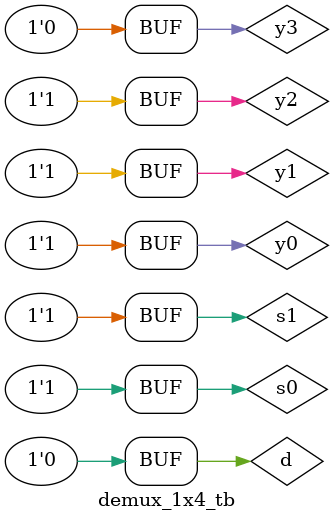
<source format=v>

module demux_1x2(d,s,y0,y1);
	input d,s;
	output y0,y1;
	assign y0 = d&(~s);
	assign y1 = d&s; 
endmodule 

module demux_1x4(d,s0,s1,y0,y1,y2,y3);
	input s0,s1,d;
	output y0,y1,y2,y3;
	wire t1,t2; 
	demux_1x2 d0(d,s0,t1,t2);
	demux_1x2 d1(d,s1,y0,y1);
	demux_1x2 d2(d,s1,y2,y3);
endmodule
//TestBench

module demux_1x4_tb;
	reg d,s0,s1;
	wire y0,y1,y2,y3;
	demux_1x4 dut(d,s0,s1,y0,y1,y2,y3);
	initial begin
		d=0; s0=0; s1=0; y0=1; y1=0; y2=0; y3=1; #10;
		d=0; s0=0; s1=0; y0=0; y1=1; y2=1; y3=1; #10;
		d=0; s0=0; s1=1; y0=0; y1=1; y2=0; y3=0; #10;
		d=0; s0=0; s1=1; y0=1; y1=0; y2=1; y3=1; #10;
		d=0; s0=1; s1=0; y0=0; y1=0; y2=1; y3=0; #10;
		d=0; s0=1; s1=0; y0=1; y1=1; y2=0; y3=1; #10;
		d=0; s0=1; s1=1; y0=0; y1=0; y2=0; y3=1; #10;
		d=0; s0=1; s1=1; y0=1; y1=1; y2=1; y3=0; #10;
	end
endmodule 
</source>
